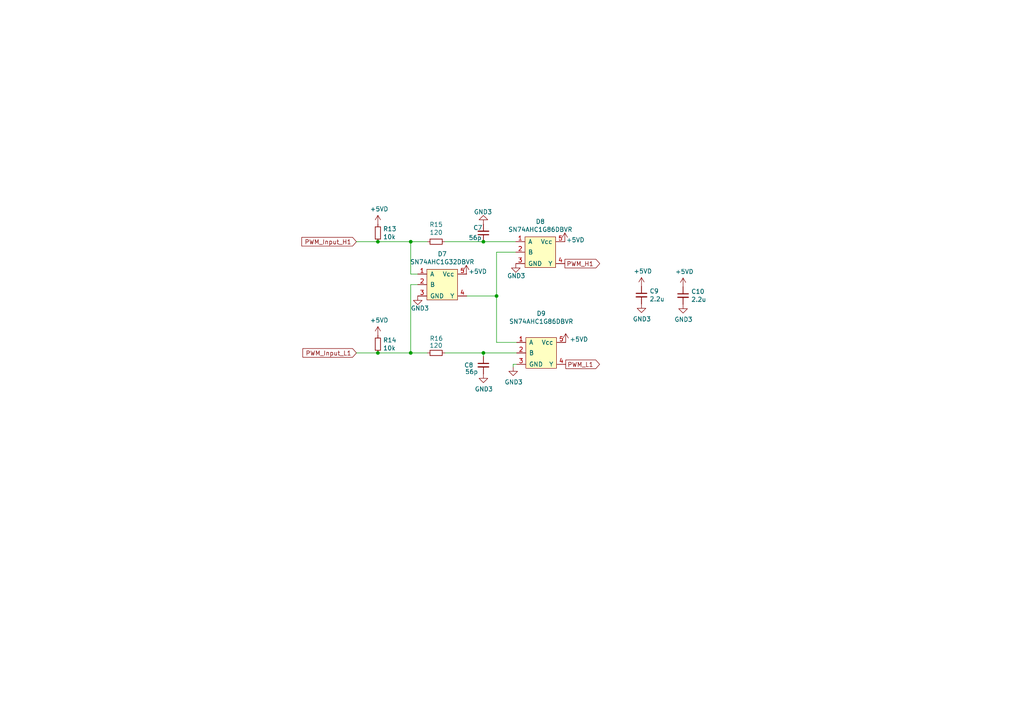
<source format=kicad_sch>
(kicad_sch (version 20211123) (generator eeschema)
  (paper "A4")
  (lib_symbols
    (symbol "Device:C_Small" (pin_numbers hide) (pin_names (offset 0.254) hide)
      (property "Reference" "C" (at 0.254 1.778 0))
      (property "Value" "C_Small" (at 0.254 -2.032 0))
      (symbol "C_Small_0_1"
        (polyline (pts (xy -1.524 -0.508) (xy 1.524 -0.508)) (stroke (width 0.3302)))
        (polyline (pts (xy -1.524 0.508) (xy 1.524 0.508)) (stroke (width 0.3048)))
      )
      (symbol "C_Small_1_1"
        (pin passive line (at 0 2.54 270) (length 2.032) (name "~") (number "1"))
        (pin passive line (at 0 -2.54 90) (length 2.032) (name "~") (number "2"))
      )
    )
    (symbol "Device:R_Small" (pin_numbers hide) (pin_names (offset 0.254) hide)
      (property "Reference" "R" (at 0.762 0.508 0))
      (property "Value" "R_Small" (at 0.762 -1.016 0))
      (symbol "R_Small_0_1"
        (rectangle (start -0.762 1.778) (end 0.762 -1.778) (stroke (width 0.2032)))
      )
      (symbol "R_Small_1_1"
        (pin passive line (at 0 2.54 270) (length 0.762) (name "~") (number "1"))
        (pin passive line (at 0 -2.54 90) (length 0.762) (name "~") (number "2"))
      )
    )
    (symbol "Logic:SN74AHC1G86DBVR" (pin_names (offset 1.016))
      (property "Reference" "D" (at 0 0 0))
      (property "Value" "SN74AHC1G86DBVR" (at 0 -1.905 0))
      (symbol "SN74AHC1G86DBVR_0_1"
        (rectangle (start -4.445 -4.445) (end 4.445 -13.335) (fill (type background)))
      )
      (symbol "SN74AHC1G86DBVR_1_1"
        (pin input line (at -7.112 -5.842 0) (length 2.54) (name "A") (number "1"))
        (pin input line (at -7.112 -8.89 0) (length 2.54) (name "B") (number "2"))
        (pin input line (at -7.112 -12.192 0) (length 2.54) (name "GND") (number "3"))
        (pin input line (at 7.112 -12.192 180) (length 2.54) (name "Y") (number "4"))
        (pin input line (at 7.112 -5.842 180) (length 2.54) (name "Vcc") (number "5"))
      )
    )
    (symbol "SN74AHC1G86DBVR_1" (pin_names (offset 1.016))
      (property "Reference" "D" (at 0 0 0))
      (property "Value" "SN74AHC1G86DBVR_1" (at 0 -1.905 0))
      (symbol "SN74AHC1G86DBVR_1_0_1"
        (rectangle (start -4.445 -4.445) (end 4.445 -13.335) (fill (type background)))
      )
      (symbol "SN74AHC1G86DBVR_1_1_1"
        (pin input line (at -7.112 -5.842 0) (length 2.54) (name "A") (number "1"))
        (pin input line (at -7.112 -8.89 0) (length 2.54) (name "B") (number "2"))
        (pin input line (at -7.112 -12.192 0) (length 2.54) (name "GND") (number "3"))
        (pin input line (at 7.112 -12.192 180) (length 2.54) (name "Y") (number "4"))
        (pin input line (at 7.112 -5.842 180) (length 2.54) (name "Vcc") (number "5"))
      )
    )
    (symbol "SN74AHC1G86DBVR_2" (pin_names (offset 1.016))
      (property "Reference" "D" (at 0 0 0))
      (property "Value" "SN74AHC1G86DBVR_2" (at 0 -1.905 0))
      (symbol "SN74AHC1G86DBVR_2_0_1"
        (rectangle (start -4.445 -4.445) (end 4.445 -13.335) (fill (type background)))
      )
      (symbol "SN74AHC1G86DBVR_2_1_1"
        (pin input line (at -7.112 -5.842 0) (length 2.54) (name "A") (number "1"))
        (pin input line (at -7.112 -8.89 0) (length 2.54) (name "B") (number "2"))
        (pin input line (at -7.112 -12.192 0) (length 2.54) (name "GND") (number "3"))
        (pin input line (at 7.112 -12.192 180) (length 2.54) (name "Y") (number "4"))
        (pin input line (at 7.112 -5.842 180) (length 2.54) (name "Vcc") (number "5"))
      )
    )
    (symbol "power:+5VD" (power) (pin_names (offset 0))
      (property "Value" "+5VD" (at 0 3.556 0))
      (symbol "+5VD_0_1"
        (polyline (pts (xy -0.762 1.27) (xy 0 2.54)))
        (polyline (pts (xy 0 0) (xy 0 2.54)))
        (polyline (pts (xy 0 2.54) (xy 0.762 1.27)))
      )
      (symbol "+5VD_1_1"
        (pin power_in line (at 0 0 90) (length 0) hide (name "+5VD") (number "1"))
      )
    )
    (symbol "power:GND3" (power) (pin_names (offset 0))
      (property "Value" "GND3" (at 0 -3.81 0))
      (symbol "GND3_0_1"
        (polyline (pts (xy 0 0) (xy 0 -1.27) (xy 1.27 -1.27) (xy 0 -2.54) (xy -1.27 -1.27) (xy 0 -1.27)))
      )
      (symbol "GND3_1_1"
        (pin power_in line (at 0 0 270) (length 0) hide (name "GND3") (number "1"))
      )
    )
  )
  (junction (at 119.126 102.362))
  (junction (at 140.208 102.362))
  (junction (at 119.126 70.104))
  (junction (at 144.018 85.852))
  (junction (at 109.601 70.104))
  (junction (at 140.208 70.104))
  (junction (at 109.601 102.362))
  (wire (pts (xy 119.126 79.502) (xy 121.158 79.502)))
  (wire (pts (xy 109.601 70.104) (xy 103.378 70.104)))
  (wire (pts (xy 149.86 102.362) (xy 140.208 102.362)))
  (wire (pts (xy 119.126 79.502) (xy 119.126 70.104)))
  (wire (pts (xy 148.844 105.664) (xy 148.844 106.426)))
  (wire (pts (xy 109.601 102.362) (xy 103.378 102.362)))
  (wire (pts (xy 144.018 99.314) (xy 144.018 85.852)))
  (wire (pts (xy 149.86 105.664) (xy 148.844 105.664)))
  (wire (pts (xy 149.86 99.314) (xy 144.018 99.314)))
  (wire (pts (xy 119.126 102.362) (xy 109.601 102.362)))
  (wire (pts (xy 140.208 70.104) (xy 149.606 70.104)))
  (wire (pts (xy 119.126 102.362) (xy 123.952 102.362)))
  (wire (pts (xy 144.018 73.152) (xy 149.606 73.152)))
  (wire (pts (xy 135.382 85.852) (xy 144.018 85.852)))
  (wire (pts (xy 129.032 102.362) (xy 140.208 102.362)))
  (wire (pts (xy 119.126 70.104) (xy 109.601 70.104)))
  (wire (pts (xy 140.208 102.362) (xy 140.208 103.378)))
  (wire (pts (xy 119.126 82.55) (xy 119.126 102.362)))
  (wire (pts (xy 144.018 85.852) (xy 144.018 73.152)))
  (wire (pts (xy 129.032 70.104) (xy 140.208 70.104)))
  (wire (pts (xy 123.952 70.104) (xy 119.126 70.104)))
  (wire (pts (xy 121.158 82.55) (xy 119.126 82.55)))
  (global_label "PWM_Input_L1" (shape input) (at 103.378 102.362 180) (property "Intersheet References" "${INTERSHEET_REFS}" (effects hide)))
  (global_label "PWM_Input_H1" (shape input) (at 103.378 70.104 180) (property "Intersheet References" "${INTERSHEET_REFS}" (effects hide)))
  (global_label "PWM_L1" (shape output) (at 164.084 105.664 0) (property "Intersheet References" "${INTERSHEET_REFS}" (effects hide)))
  (global_label "PWM_H1" (shape output) (at 163.83 76.454 0) (property "Intersheet References" "${INTERSHEET_REFS}" (effects hide)))
  (symbol (lib_id "Device:C_Small") (at 140.208 105.918 0) (unit 1)
    (property "Reference" "C8" (at 134.62 105.918 0) (effects (justify left)))
    (property "Value" "56p" (at 134.874 107.823 0) (effects (justify left)))
    (property "Footprint" "Capacitor_SMD:C_0805_2012Metric_Pad1.18x1.45mm_HandSolder" (effects hide))
  )
  (symbol (lib_id "power:+5VD") (at 186.055 83.058 0) (unit 1)
    (property "Reference" "#PWR025" (effects hide))
    (property "Value" "+5VD" (at 186.436 78.6638 0))
  )
  (symbol (lib_id "power:GND3") (at 148.844 106.426 0) (unit 1)
    (property "Reference" "#PWR022" (effects hide))
    (property "Value" "GND3" (at 148.971 110.8202 0))
  )
  (symbol (lib_id "power:GND3") (at 186.055 88.138 0) (unit 1)
    (property "Reference" "#PWR026" (effects hide))
    (property "Value" "GND3" (at 186.182 92.5322 0))
  )
  (symbol (lib_id "power:+5VD") (at 109.601 65.024 0) (unit 1)
    (property "Reference" "#PWR015" (effects hide))
    (property "Value" "+5VD" (at 109.982 60.6298 0))
  )
  (symbol (lib_id "power:+5VD") (at 135.255 79.502 0) (unit 1)
    (property "Reference" "#PWR018" (effects hide))
    (property "Value" "+5VD" (at 138.557 78.74 0))
  )
  (symbol (lib_id "power:GND3") (at 140.208 65.024 180) (unit 1)
    (property "Reference" "#PWR019" (effects hide))
    (property "Value" "GND3" (at 140.081 61.468 0))
  )
  (symbol (lib_id "Device:R_Small") (at 109.601 67.564 0) (unit 1)
    (property "Reference" "R13" (at 111.0996 66.3956 0) (effects (justify left)))
    (property "Value" "10k" (at 111.0996 68.707 0) (effects (justify left)))
    (property "Footprint" "Resistor_SMD:R_0805_2012Metric_Pad1.20x1.40mm_HandSolder" (effects hide))
  )
  (symbol (lib_id "power:GND3") (at 198.12 88.265 0) (unit 1)
    (property "Reference" "#PWR028" (effects hide))
    (property "Value" "GND3" (at 198.247 92.6592 0))
  )
  (symbol (lib_id "Device:R_Small") (at 109.601 99.822 0) (unit 1)
    (property "Reference" "R14" (at 111.0996 98.6536 0) (effects (justify left)))
    (property "Value" "10k" (at 111.0996 100.965 0) (effects (justify left)))
    (property "Footprint" "Resistor_SMD:R_0805_2012Metric_Pad1.20x1.40mm_HandSolder" (effects hide))
  )
  (symbol (lib_name "SN74AHC1G86DBVR_2") (lib_id "Logic:SN74AHC1G86DBVR") (at 156.972 93.472 0) (unit 1)
    (property "Reference" "D9" (at 156.972 90.932 0))
    (property "Value" "SN74AHC1G86DBVR" (at 156.972 93.2434 0))
    (property "Footprint" "Package_TO_SOT_SMD:SOT-23-5_HandSoldering" (effects hide))
  )
  (symbol (lib_id "power:+5VD") (at 109.601 97.282 0) (unit 1)
    (property "Reference" "#PWR016" (effects hide))
    (property "Value" "+5VD" (at 109.982 92.8878 0))
  )
  (symbol (lib_id "power:+5VD") (at 163.83 70.104 0) (unit 1)
    (property "Reference" "#PWR023" (effects hide))
    (property "Value" "+5VD" (at 166.878 69.596 0))
  )
  (symbol (lib_id "power:GND3") (at 140.208 108.458 0) (unit 1)
    (property "Reference" "#PWR020" (effects hide))
    (property "Value" "GND3" (at 140.335 112.8522 0))
  )
  (symbol (lib_id "power:+5VD") (at 164.084 99.314 0) (unit 1)
    (property "Reference" "#PWR024" (effects hide))
    (property "Value" "+5VD" (at 167.894 98.425 0))
  )
  (symbol (lib_id "Device:C_Small") (at 140.208 67.564 180) (unit 1)
    (property "Reference" "C7" (at 139.954 66.04 0) (effects (justify left)))
    (property "Value" "56p" (at 139.7 68.961 0) (effects (justify left)))
    (property "Footprint" "Capacitor_SMD:C_0805_2012Metric_Pad1.18x1.45mm_HandSolder" (effects hide))
  )
  (symbol (lib_id "power:GND3") (at 121.158 85.852 0) (unit 1)
    (property "Reference" "#PWR017" (effects hide))
    (property "Value" "GND3" (at 121.793 89.408 0))
  )
  (symbol (lib_id "Device:R_Small") (at 126.492 102.362 90) (unit 1)
    (property "Reference" "R16" (at 128.524 98.171 90) (effects (justify left)))
    (property "Value" "120" (at 128.397 100.203 90) (effects (justify left)))
    (property "Footprint" "Resistor_SMD:R_0805_2012Metric_Pad1.20x1.40mm_HandSolder" (effects hide))
  )
  (symbol (lib_id "Logic:SN74AHC1G86DBVR") (at 128.27 73.66 0) (unit 1)
    (property "Reference" "D7" (at 128.27 73.66 0))
    (property "Value" "SN74AHC1G32DBVR" (at 128.27 75.9714 0))
    (property "Footprint" "Package_TO_SOT_SMD:SOT-23-5_HandSoldering" (effects hide))
  )
  (symbol (lib_id "Device:C_Small") (at 198.12 85.725 0) (unit 1)
    (property "Reference" "C10" (at 200.4568 84.5566 0) (effects (justify left)))
    (property "Value" "2.2u" (at 200.4568 86.868 0) (effects (justify left)))
    (property "Footprint" "Capacitor_SMD:C_0805_2012Metric_Pad1.18x1.45mm_HandSolder" (effects hide))
  )
  (symbol (lib_id "Device:R_Small") (at 126.492 70.104 90) (unit 1)
    (property "Reference" "R15" (at 126.492 65.1256 90))
    (property "Value" "120" (at 126.492 67.437 90))
    (property "Footprint" "Resistor_SMD:R_0805_2012Metric_Pad1.20x1.40mm_HandSolder" (effects hide))
  )
  (symbol (lib_name "SN74AHC1G86DBVR_1") (lib_id "Logic:SN74AHC1G86DBVR") (at 156.718 64.262 0) (unit 1)
    (property "Reference" "D8" (at 156.718 64.262 0))
    (property "Value" "SN74AHC1G86DBVR" (at 156.718 66.5734 0))
    (property "Footprint" "Package_TO_SOT_SMD:SOT-23-5_HandSoldering" (effects hide))
  )
  (symbol (lib_id "power:GND3") (at 149.606 76.454 0) (unit 1)
    (property "Reference" "#PWR021" (effects hide))
    (property "Value" "GND3" (at 149.733 80.01 0))
  )
  (symbol (lib_id "power:+5VD") (at 198.12 83.185 0) (unit 1)
    (property "Reference" "#PWR027" (effects hide))
    (property "Value" "+5VD" (at 198.501 78.7908 0))
  )
  (symbol (lib_id "Device:C_Small") (at 186.055 85.598 0) (unit 1)
    (property "Reference" "C9" (at 188.3918 84.4296 0) (effects (justify left)))
    (property "Value" "2.2u" (at 188.3918 86.741 0) (effects (justify left)))
    (property "Footprint" "Capacitor_SMD:C_0805_2012Metric_Pad1.18x1.45mm_HandSolder" (effects hide))
  )
)
</source>
